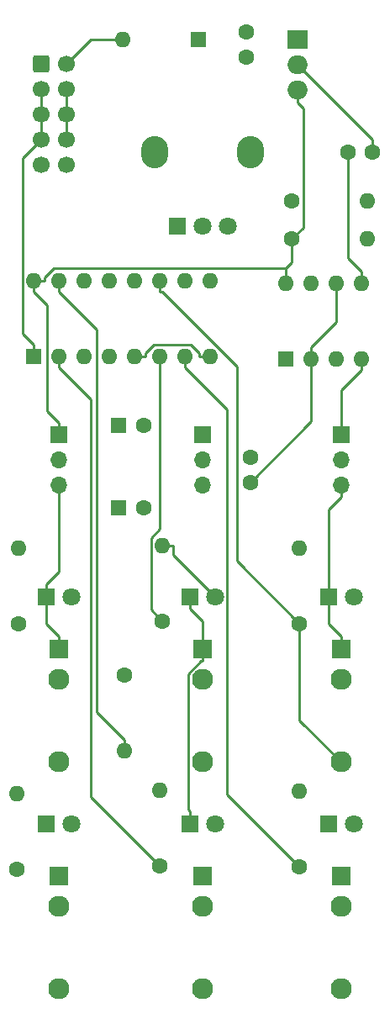
<source format=gbr>
%TF.GenerationSoftware,KiCad,Pcbnew,(6.0.0)*%
%TF.CreationDate,2022-10-17T09:47:37-04:00*%
%TF.ProjectId,bindec,62696e64-6563-42e6-9b69-6361645f7063,rev?*%
%TF.SameCoordinates,Original*%
%TF.FileFunction,Copper,L1,Top*%
%TF.FilePolarity,Positive*%
%FSLAX46Y46*%
G04 Gerber Fmt 4.6, Leading zero omitted, Abs format (unit mm)*
G04 Created by KiCad (PCBNEW (6.0.0)) date 2022-10-17 09:47:37*
%MOMM*%
%LPD*%
G01*
G04 APERTURE LIST*
G04 Aperture macros list*
%AMRoundRect*
0 Rectangle with rounded corners*
0 $1 Rounding radius*
0 $2 $3 $4 $5 $6 $7 $8 $9 X,Y pos of 4 corners*
0 Add a 4 corners polygon primitive as box body*
4,1,4,$2,$3,$4,$5,$6,$7,$8,$9,$2,$3,0*
0 Add four circle primitives for the rounded corners*
1,1,$1+$1,$2,$3*
1,1,$1+$1,$4,$5*
1,1,$1+$1,$6,$7*
1,1,$1+$1,$8,$9*
0 Add four rect primitives between the rounded corners*
20,1,$1+$1,$2,$3,$4,$5,0*
20,1,$1+$1,$4,$5,$6,$7,0*
20,1,$1+$1,$6,$7,$8,$9,0*
20,1,$1+$1,$8,$9,$2,$3,0*%
G04 Aperture macros list end*
%TA.AperFunction,ComponentPad*%
%ADD10C,1.600000*%
%TD*%
%TA.AperFunction,ComponentPad*%
%ADD11O,1.600000X1.600000*%
%TD*%
%TA.AperFunction,ComponentPad*%
%ADD12R,1.700000X1.700000*%
%TD*%
%TA.AperFunction,ComponentPad*%
%ADD13O,1.700000X1.700000*%
%TD*%
%TA.AperFunction,ComponentPad*%
%ADD14R,1.800000X1.800000*%
%TD*%
%TA.AperFunction,ComponentPad*%
%ADD15C,1.800000*%
%TD*%
%TA.AperFunction,ComponentPad*%
%ADD16R,1.930000X1.830000*%
%TD*%
%TA.AperFunction,ComponentPad*%
%ADD17C,2.130000*%
%TD*%
%TA.AperFunction,ComponentPad*%
%ADD18O,2.720000X3.240000*%
%TD*%
%TA.AperFunction,ComponentPad*%
%ADD19R,1.600000X1.600000*%
%TD*%
%TA.AperFunction,ComponentPad*%
%ADD20R,2.000000X1.905000*%
%TD*%
%TA.AperFunction,ComponentPad*%
%ADD21O,2.000000X1.905000*%
%TD*%
%TA.AperFunction,ComponentPad*%
%ADD22RoundRect,0.250000X-0.600000X-0.600000X0.600000X-0.600000X0.600000X0.600000X-0.600000X0.600000X0*%
%TD*%
%TA.AperFunction,ComponentPad*%
%ADD23C,1.700000*%
%TD*%
%TA.AperFunction,Conductor*%
%ADD24C,0.250000*%
%TD*%
G04 APERTURE END LIST*
D10*
%TO.P,R2,1*%
%TO.N,Q2*%
X162286000Y-91059000D03*
D11*
%TO.P,R2,2*%
%TO.N,Net-(D3-Pad2)*%
X162286000Y-83439000D03*
%TD*%
D12*
%TO.P,SW3,1,A*%
%TO.N,Net-(C3-Pad2)*%
X152532000Y-72024000D03*
D13*
%TO.P,SW3,2,B*%
%TO.N,GND*%
X152532000Y-74564000D03*
%TO.P,SW3,3,C*%
%TO.N,Net-(C4-Pad2)*%
X152532000Y-77104000D03*
%TD*%
D14*
%TO.P,D5,1,K*%
%TO.N,GND*%
X136759000Y-111205000D03*
D15*
%TO.P,D5,2,A*%
%TO.N,Net-(D5-Pad2)*%
X139299000Y-111205000D03*
%TD*%
D10*
%TO.P,C2,1*%
%TO.N,Net-(C2-Pad1)*%
X157333000Y-76815000D03*
%TO.P,C2,2*%
%TO.N,GND*%
X157333000Y-74315000D03*
%TD*%
D14*
%TO.P,D3,1,K*%
%TO.N,GND*%
X165202000Y-88345000D03*
D15*
%TO.P,D3,2,A*%
%TO.N,Net-(D3-Pad2)*%
X167742000Y-88345000D03*
%TD*%
D10*
%TO.P,R9,1*%
%TO.N,CARRY*%
X162286000Y-115570000D03*
D11*
%TO.P,R9,2*%
%TO.N,Net-(D7-Pad2)*%
X162286000Y-107950000D03*
%TD*%
D10*
%TO.P,C1,1*%
%TO.N,Net-(C1-Pad1)*%
X156952000Y-31496000D03*
%TO.P,C1,2*%
%TO.N,GND*%
X156952000Y-33996000D03*
%TD*%
D16*
%TO.P,J3,S*%
%TO.N,GND*%
X166477000Y-93599000D03*
D17*
%TO.P,J3,T*%
%TO.N,Q2*%
X166477000Y-104999000D03*
%TO.P,J3,TN*%
%TO.N,N/C*%
X166477000Y-96699000D03*
%TD*%
D12*
%TO.P,SW2,1,A*%
%TO.N,+5V*%
X138054000Y-72024000D03*
D13*
%TO.P,SW2,2,B*%
%TO.N,Net-(SW2-Pad2)*%
X138054000Y-74564000D03*
%TO.P,SW2,3,C*%
%TO.N,GND*%
X138054000Y-77104000D03*
%TD*%
D18*
%TO.P,RV1,*%
%TO.N,*%
X157307000Y-43564000D03*
X147707000Y-43564000D03*
D14*
%TO.P,RV1,1,1*%
%TO.N,Net-(R7-Pad1)*%
X150007000Y-51064000D03*
D15*
%TO.P,RV1,2,2*%
%TO.N,Net-(R6-Pad2)*%
X152507000Y-51064000D03*
%TO.P,RV1,3,3*%
X155007000Y-51064000D03*
%TD*%
D10*
%TO.P,R7,1*%
%TO.N,Net-(R7-Pad1)*%
X161524000Y-48514000D03*
D11*
%TO.P,R7,2*%
%TO.N,Net-(C2-Pad1)*%
X169144000Y-48514000D03*
%TD*%
D10*
%TO.P,R5,1*%
%TO.N,Q3*%
X133838000Y-115824000D03*
D11*
%TO.P,R5,2*%
%TO.N,Net-(D5-Pad2)*%
X133838000Y-108204000D03*
%TD*%
D10*
%TO.P,R6,1*%
%TO.N,+5V*%
X161524000Y-52324000D03*
D11*
%TO.P,R6,2*%
%TO.N,Net-(R6-Pad2)*%
X169144000Y-52324000D03*
%TD*%
D14*
%TO.P,D2,1,K*%
%TO.N,GND*%
X151232000Y-88345000D03*
D15*
%TO.P,D2,2,A*%
%TO.N,Net-(D2-Pad2)*%
X153772000Y-88345000D03*
%TD*%
D16*
%TO.P,J4,S*%
%TO.N,GND*%
X138029000Y-93599000D03*
D17*
%TO.P,J4,T*%
%TO.N,CLOCK_OUT*%
X138029000Y-104999000D03*
%TO.P,J4,TN*%
%TO.N,N/C*%
X138029000Y-96699000D03*
%TD*%
D16*
%TO.P,J7,S*%
%TO.N,GND*%
X166477000Y-116459000D03*
D17*
%TO.P,J7,T*%
%TO.N,CARRY*%
X166477000Y-127859000D03*
%TO.P,J7,TN*%
%TO.N,N/C*%
X166477000Y-119559000D03*
%TD*%
D19*
%TO.P,U2,1,PE*%
%TO.N,GND*%
X135504000Y-64125000D03*
D11*
%TO.P,U2,2,Q4*%
%TO.N,Q4*%
X138044000Y-64125000D03*
%TO.P,U2,3,J4*%
%TO.N,unconnected-(U2-Pad3)*%
X140584000Y-64125000D03*
%TO.P,U2,4,J1*%
%TO.N,unconnected-(U2-Pad4)*%
X143124000Y-64125000D03*
%TO.P,U2,5,Cin*%
%TO.N,GND*%
X145664000Y-64125000D03*
%TO.P,U2,6,Q1*%
%TO.N,Q1*%
X148204000Y-64125000D03*
%TO.P,U2,7,Cout*%
%TO.N,CARRY*%
X150744000Y-64125000D03*
%TO.P,U2,8,VSS*%
%TO.N,GND*%
X153284000Y-64125000D03*
%TO.P,U2,9,B/D*%
%TO.N,Net-(SW2-Pad2)*%
X153284000Y-56505000D03*
%TO.P,U2,10,U/D*%
%TO.N,Net-(SW1-Pad2)*%
X150744000Y-56505000D03*
%TO.P,U2,11,Q2*%
%TO.N,Q2*%
X148204000Y-56505000D03*
%TO.P,U2,12,J2*%
%TO.N,unconnected-(U2-Pad12)*%
X145664000Y-56505000D03*
%TO.P,U2,13,J3*%
%TO.N,unconnected-(U2-Pad13)*%
X143124000Y-56505000D03*
%TO.P,U2,14,Q3*%
%TO.N,Q3*%
X140584000Y-56505000D03*
%TO.P,U2,15,CK*%
%TO.N,CLOCK_OUT*%
X138044000Y-56505000D03*
%TO.P,U2,16,VDD*%
%TO.N,+5V*%
X135504000Y-56505000D03*
%TD*%
D19*
%TO.P,U3,1,GND*%
%TO.N,GND*%
X160899000Y-64379000D03*
D11*
%TO.P,U3,2,TR*%
%TO.N,Net-(C2-Pad1)*%
X163439000Y-64379000D03*
%TO.P,U3,3,Q*%
%TO.N,Net-(R3-Pad1)*%
X165979000Y-64379000D03*
%TO.P,U3,4,R*%
%TO.N,+5V*%
X168519000Y-64379000D03*
%TO.P,U3,5,CV*%
%TO.N,Net-(C5-Pad1)*%
X168519000Y-56759000D03*
%TO.P,U3,6,THR*%
%TO.N,Net-(C2-Pad1)*%
X165979000Y-56759000D03*
%TO.P,U3,7,DIS*%
%TO.N,Net-(R6-Pad2)*%
X163439000Y-56759000D03*
%TO.P,U3,8,VCC*%
%TO.N,+5V*%
X160899000Y-56759000D03*
%TD*%
D19*
%TO.P,D1,1,K*%
%TO.N,Net-(C1-Pad1)*%
X152126000Y-32258000D03*
D11*
%TO.P,D1,2,A*%
%TO.N,Net-(D1-Pad2)*%
X144506000Y-32258000D03*
%TD*%
D10*
%TO.P,R8,1*%
%TO.N,Q4*%
X148189000Y-115443000D03*
D11*
%TO.P,R8,2*%
%TO.N,Net-(D6-Pad2)*%
X148189000Y-107823000D03*
%TD*%
D16*
%TO.P,J6,S*%
%TO.N,GND*%
X152507000Y-116459000D03*
D17*
%TO.P,J6,T*%
%TO.N,Q4*%
X152507000Y-127859000D03*
%TO.P,J6,TN*%
%TO.N,N/C*%
X152507000Y-119559000D03*
%TD*%
D10*
%TO.P,R3,1*%
%TO.N,Net-(R3-Pad1)*%
X144633000Y-96266000D03*
D11*
%TO.P,R3,2*%
%TO.N,CLOCK_OUT*%
X144633000Y-103886000D03*
%TD*%
D20*
%TO.P,U1,1,IN*%
%TO.N,Net-(C1-Pad1)*%
X162103000Y-32258000D03*
D21*
%TO.P,U1,2,GND*%
%TO.N,GND*%
X162103000Y-34798000D03*
%TO.P,U1,3,OUT*%
%TO.N,+5V*%
X162103000Y-37338000D03*
%TD*%
D19*
%TO.P,C3,1*%
%TO.N,Net-(C2-Pad1)*%
X144062900Y-71120000D03*
D10*
%TO.P,C3,2*%
%TO.N,Net-(C3-Pad2)*%
X146562900Y-71120000D03*
%TD*%
D14*
%TO.P,D4,1,K*%
%TO.N,GND*%
X136754000Y-88345000D03*
D15*
%TO.P,D4,2,A*%
%TO.N,Net-(D4-Pad2)*%
X139294000Y-88345000D03*
%TD*%
D16*
%TO.P,J5,S*%
%TO.N,GND*%
X138034000Y-116459000D03*
D17*
%TO.P,J5,T*%
%TO.N,Q3*%
X138034000Y-127859000D03*
%TO.P,J5,TN*%
%TO.N,N/C*%
X138034000Y-119559000D03*
%TD*%
D10*
%TO.P,R4,1*%
%TO.N,Net-(D4-Pad2)*%
X133965000Y-91059000D03*
D11*
%TO.P,R4,2*%
%TO.N,Net-(R3-Pad1)*%
X133965000Y-83439000D03*
%TD*%
D12*
%TO.P,SW1,1,A*%
%TO.N,+5V*%
X166502000Y-72009000D03*
D13*
%TO.P,SW1,2,B*%
%TO.N,Net-(SW1-Pad2)*%
X166502000Y-74549000D03*
%TO.P,SW1,3,C*%
%TO.N,GND*%
X166502000Y-77089000D03*
%TD*%
D14*
%TO.P,D6,1,K*%
%TO.N,GND*%
X151232000Y-111205000D03*
D15*
%TO.P,D6,2,A*%
%TO.N,Net-(D6-Pad2)*%
X153772000Y-111205000D03*
%TD*%
D16*
%TO.P,J2,S*%
%TO.N,GND*%
X152507000Y-93599000D03*
D17*
%TO.P,J2,T*%
%TO.N,Q1*%
X152507000Y-104999000D03*
%TO.P,J2,TN*%
%TO.N,N/C*%
X152507000Y-96699000D03*
%TD*%
D10*
%TO.P,C5,1*%
%TO.N,Net-(C5-Pad1)*%
X167132000Y-43561000D03*
%TO.P,C5,2*%
%TO.N,GND*%
X169632000Y-43561000D03*
%TD*%
D19*
%TO.P,C4,1*%
%TO.N,Net-(C2-Pad1)*%
X144062900Y-79375000D03*
D10*
%TO.P,C4,2*%
%TO.N,Net-(C4-Pad2)*%
X146562900Y-79375000D03*
%TD*%
D14*
%TO.P,D7,1,K*%
%TO.N,GND*%
X165202000Y-111205000D03*
D15*
%TO.P,D7,2,A*%
%TO.N,Net-(D7-Pad2)*%
X167742000Y-111205000D03*
%TD*%
D10*
%TO.P,R1,1*%
%TO.N,Q1*%
X148443000Y-90805000D03*
D11*
%TO.P,R1,2*%
%TO.N,Net-(D2-Pad2)*%
X148443000Y-83185000D03*
%TD*%
D22*
%TO.P,J1,1,Pin_1*%
%TO.N,Net-(D1-Pad2)*%
X136260500Y-34671000D03*
D23*
%TO.P,J1,2,Pin_2*%
X138800500Y-34671000D03*
%TO.P,J1,3,Pin_3*%
%TO.N,GND*%
X136260500Y-37211000D03*
%TO.P,J1,4,Pin_4*%
X138800500Y-37211000D03*
%TO.P,J1,5,Pin_5*%
X136260500Y-39751000D03*
%TO.P,J1,6,Pin_6*%
X138800500Y-39751000D03*
%TO.P,J1,7,Pin_7*%
X136260500Y-42291000D03*
%TO.P,J1,8,Pin_8*%
X138800500Y-42291000D03*
%TO.P,J1,9,Pin_9*%
%TO.N,unconnected-(J1-Pad9)*%
X136260500Y-44831000D03*
%TO.P,J1,10,Pin_10*%
%TO.N,unconnected-(J1-Pad10)*%
X138800500Y-44831000D03*
%TD*%
D24*
%TO.N,GND*%
X151232000Y-88345000D02*
X151232000Y-89570300D01*
X136754000Y-91083700D02*
X138029000Y-92358700D01*
X134378700Y-44172800D02*
X134378700Y-61874400D01*
X162103000Y-34798000D02*
X169632000Y-42327000D01*
X165202000Y-88345000D02*
X165202000Y-79564300D01*
X166502000Y-77089000D02*
X166502000Y-78264300D01*
X151314700Y-62999700D02*
X147633200Y-62999700D01*
X136260500Y-42291000D02*
X136260500Y-39751000D01*
X169632000Y-42327000D02*
X169632000Y-43561000D01*
X135504000Y-64125000D02*
X135504000Y-62999700D01*
X151232000Y-111205000D02*
X151232000Y-109979700D01*
X136260500Y-39751000D02*
X136260500Y-37211000D01*
X152507000Y-90845300D02*
X151232000Y-89570300D01*
X134378700Y-61874400D02*
X135504000Y-62999700D01*
X165202000Y-79564300D02*
X166502000Y-78264300D01*
X152158700Y-64125000D02*
X152158700Y-63843700D01*
X152352000Y-94839300D02*
X152507000Y-94839300D01*
X166477000Y-93599000D02*
X166477000Y-92358700D01*
X151069000Y-109816700D02*
X151069000Y-96122300D01*
X136754000Y-88345000D02*
X136754000Y-87119700D01*
X147633200Y-62999700D02*
X146789300Y-63843600D01*
X166477000Y-92358700D02*
X165202000Y-91083700D01*
X151232000Y-109979700D02*
X151069000Y-109816700D01*
X152507000Y-93599000D02*
X152507000Y-94839300D01*
X138054000Y-85819700D02*
X136754000Y-87119700D01*
X145664000Y-64125000D02*
X146789300Y-64125000D01*
X138029000Y-93599000D02*
X138029000Y-92358700D01*
X152158700Y-63843700D02*
X151314700Y-62999700D01*
X152507000Y-93599000D02*
X152507000Y-90845300D01*
X136754000Y-88345000D02*
X136754000Y-91083700D01*
X138054000Y-77104000D02*
X138054000Y-85819700D01*
X153284000Y-64125000D02*
X152158700Y-64125000D01*
X136260500Y-42291000D02*
X134378700Y-44172800D01*
X138800500Y-42291000D02*
X138800500Y-39751000D01*
X138800500Y-39751000D02*
X138800500Y-37211000D01*
X146789300Y-63843600D02*
X146789300Y-64125000D01*
X165202000Y-91083700D02*
X165202000Y-88345000D01*
X151069000Y-96122300D02*
X152352000Y-94839300D01*
%TO.N,Net-(C2-Pad1)*%
X163439000Y-70709000D02*
X163439000Y-64379000D01*
X163439000Y-64379000D02*
X163439000Y-63253700D01*
X165979000Y-60713700D02*
X165979000Y-56759000D01*
X157333000Y-76815000D02*
X163439000Y-70709000D01*
X163439000Y-63253700D02*
X165979000Y-60713700D01*
%TO.N,Net-(C5-Pad1)*%
X168519000Y-56759000D02*
X168519000Y-55633700D01*
X167132000Y-54246700D02*
X168519000Y-55633700D01*
X167132000Y-43561000D02*
X167132000Y-54246700D01*
%TO.N,Net-(D1-Pad2)*%
X138800500Y-34671000D02*
X141213500Y-32258000D01*
X141213500Y-32258000D02*
X144506000Y-32258000D01*
%TO.N,Net-(D2-Pad2)*%
X148443000Y-83185000D02*
X149568300Y-83185000D01*
X149568300Y-84141300D02*
X153772000Y-88345000D01*
X149568300Y-83185000D02*
X149568300Y-84141300D01*
%TO.N,Q1*%
X147305700Y-82442200D02*
X148204000Y-81543900D01*
X148443000Y-90805000D02*
X147305700Y-89667700D01*
X147305700Y-89667700D02*
X147305700Y-82442200D01*
X148204000Y-81543900D02*
X148204000Y-64125000D01*
%TO.N,Q2*%
X162286000Y-100808000D02*
X162286000Y-91059000D01*
X166477000Y-104999000D02*
X162286000Y-100808000D01*
X155953100Y-84726100D02*
X162286000Y-91059000D01*
X155953100Y-65168400D02*
X155953100Y-84726100D01*
X148204000Y-56505000D02*
X148204000Y-57630300D01*
X148415000Y-57630300D02*
X155953100Y-65168400D01*
X148204000Y-57630300D02*
X148415000Y-57630300D01*
%TO.N,CLOCK_OUT*%
X138044000Y-56505000D02*
X138044000Y-57630300D01*
X141859500Y-61445800D02*
X141859500Y-99987200D01*
X144633000Y-103886000D02*
X144633000Y-102760700D01*
X141859500Y-99987200D02*
X144633000Y-102760700D01*
X138044000Y-57630300D02*
X141859500Y-61445800D01*
%TO.N,Q4*%
X138044000Y-65250300D02*
X141250200Y-68456500D01*
X141250200Y-68456500D02*
X141250200Y-108504200D01*
X138044000Y-64125000D02*
X138044000Y-65250300D01*
X141250200Y-108504200D02*
X148189000Y-115443000D01*
%TO.N,CARRY*%
X154997400Y-69503700D02*
X154997400Y-108281400D01*
X154997400Y-108281400D02*
X162286000Y-115570000D01*
X150744000Y-64125000D02*
X150744000Y-65250300D01*
X150744000Y-65250300D02*
X154997400Y-69503700D01*
%TO.N,+5V*%
X166502000Y-67521300D02*
X168519000Y-65504300D01*
X162103000Y-38615800D02*
X162650800Y-39163600D01*
X161524000Y-52324000D02*
X161524000Y-54681800D01*
X135504000Y-57630300D02*
X136878700Y-59005000D01*
X135504000Y-56505000D02*
X136629300Y-56505000D01*
X161524000Y-54681800D02*
X160899000Y-55306800D01*
X136878700Y-59005000D02*
X136878700Y-69673400D01*
X162650800Y-39163600D02*
X162650800Y-51197200D01*
X166502000Y-72009000D02*
X166502000Y-67521300D01*
X136629300Y-56223700D02*
X136629300Y-56505000D01*
X137546200Y-55306800D02*
X136629300Y-56223700D01*
X135504000Y-56505000D02*
X135504000Y-57630300D01*
X160899000Y-55633700D02*
X160899000Y-55306800D01*
X162103000Y-37338000D02*
X162103000Y-38615800D01*
X136878700Y-69673400D02*
X138054000Y-70848700D01*
X138054000Y-72024000D02*
X138054000Y-70848700D01*
X168519000Y-64379000D02*
X168519000Y-65504300D01*
X160899000Y-55306800D02*
X137546200Y-55306800D01*
X162650800Y-51197200D02*
X161524000Y-52324000D01*
X160899000Y-56759000D02*
X160899000Y-55633700D01*
%TD*%
M02*

</source>
